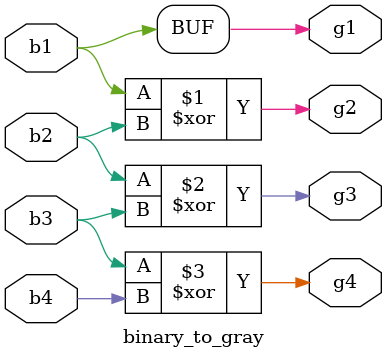
<source format=v>
`timescale 1ns / 1ps
module binary_to_gray(b1,b2,b3,b4,g1,g2,g3,g4);
input b1,b2,b3,b4;
output g1,g2,g3,g4;
buf (g1,b1);
xor (g2,b1,b2);
xor (g3,b2,b3);
xor (g4,b3,b4);
endmodule

</source>
